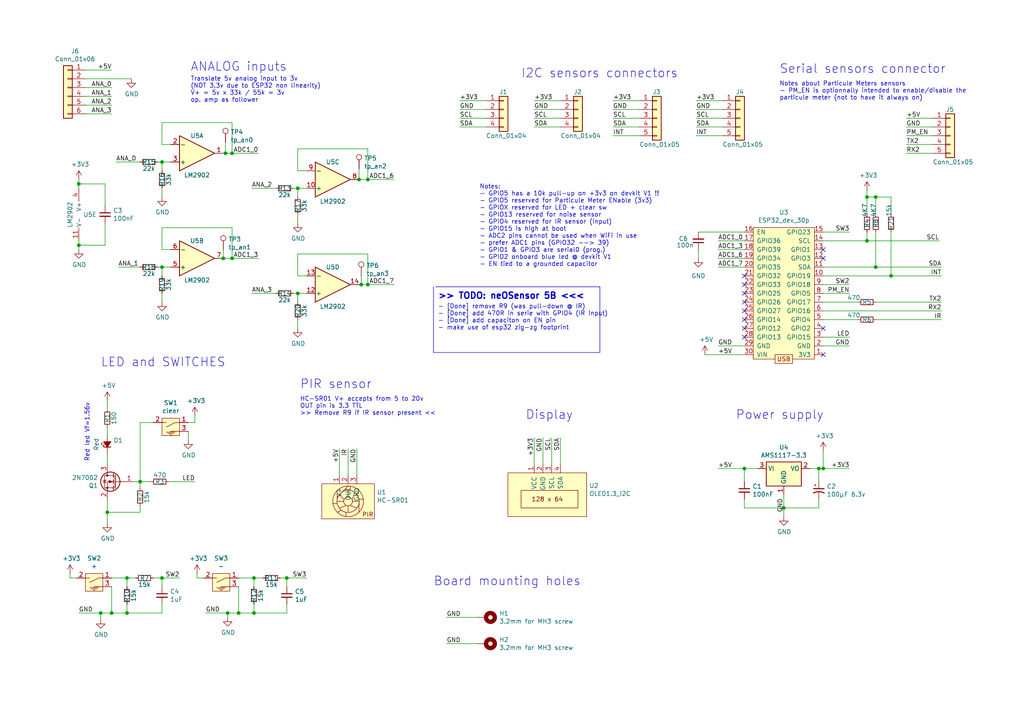
<source format=kicad_sch>
(kicad_sch (version 20230121) (generator eeschema)
  (paper "A4")
  (title_block (title "neOSensor 5B") (date "2023-10-28") (rev "5B") (company "(c) neOCampus / Dr THIEBOLT François") (comment 1 "Univ.Tlse3 / IRIT / neOCampus"))
  (lib_symbols
    (symbol "Amplifier_Operational:LM2902" (pin_names (offset 0.127))
      (property "Reference" "U" (at 0 5.08 0))
      (property "Value" "LM2902" (at 0 -5.08 0))
      (symbol "LM2902_1_1"
        (polyline (pts (xy -5.08 5.08) (xy 5.08 0) (xy -5.08 -5.08) (xy -5.08 5.08)) (stroke (width 0.254)) (fill (type background)))
        (pin output line (at 7.62 0 180) (length 2.54) (name "~") (number "1"))
        (pin input line (at -7.62 -2.54 0) (length 2.54) (name "-") (number "2"))
        (pin input line (at -7.62 2.54 0) (length 2.54) (name "+") (number "3"))
      )
      (symbol "LM2902_2_1"
        (polyline (pts (xy -5.08 5.08) (xy 5.08 0) (xy -5.08 -5.08) (xy -5.08 5.08)) (stroke (width 0.254)) (fill (type background)))
        (pin input line (at -7.62 2.54 0) (length 2.54) (name "+") (number "5"))
        (pin input line (at -7.62 -2.54 0) (length 2.54) (name "-") (number "6"))
        (pin output line (at 7.62 0 180) (length 2.54) (name "~") (number "7"))
      )
      (symbol "LM2902_3_1"
        (polyline (pts (xy -5.08 5.08) (xy 5.08 0) (xy -5.08 -5.08) (xy -5.08 5.08)) (stroke (width 0.254)) (fill (type background)))
        (pin input line (at -7.62 2.54 0) (length 2.54) (name "+") (number "10"))
        (pin output line (at 7.62 0 180) (length 2.54) (name "~") (number "8"))
        (pin input line (at -7.62 -2.54 0) (length 2.54) (name "-") (number "9"))
      )
      (symbol "LM2902_4_1"
        (polyline (pts (xy -5.08 5.08) (xy 5.08 0) (xy -5.08 -5.08) (xy -5.08 5.08)) (stroke (width 0.254)) (fill (type background)))
        (pin input line (at -7.62 2.54 0) (length 2.54) (name "+") (number "12"))
        (pin input line (at -7.62 -2.54 0) (length 2.54) (name "-") (number "13"))
        (pin output line (at 7.62 0 180) (length 2.54) (name "~") (number "14"))
      )
      (symbol "LM2902_5_1"
        (pin power_in line (at -2.54 -7.62 90) (length 3.81) (name "V-") (number "11"))
        (pin power_in line (at -2.54 7.62 270) (length 3.81) (name "V+") (number "4"))
      )
    )
    (symbol "Connector:TestPoint" (pin_numbers hide) (pin_names (offset 0.762) hide)
      (property "Reference" "TP" (at 0 6.858 0))
      (property "Value" "TestPoint" (at 0 5.08 0))
      (symbol "TestPoint_0_1"
        (circle (center 0 3.302) (radius 0.762))
      )
      (symbol "TestPoint_1_1"
        (pin passive line (at 0 0 90) (length 2.54) (name "1") (number "1"))
      )
    )
    (symbol "Connector_Generic:Conn_01x04" (pin_names (offset 1.016) hide)
      (property "Reference" "J" (at 0 5.08 0))
      (property "Value" "Conn_01x04" (at 0 -7.62 0))
      (symbol "Conn_01x04_1_1"
        (rectangle (start -1.27 -4.953) (end 0 -5.207) (stroke (width 0.1524)))
        (rectangle (start -1.27 -2.413) (end 0 -2.667) (stroke (width 0.1524)))
        (rectangle (start -1.27 0.127) (end 0 -0.127) (stroke (width 0.1524)))
        (rectangle (start -1.27 2.667) (end 0 2.413) (stroke (width 0.1524)))
        (rectangle (start -1.27 3.81) (end 1.27 -6.35) (stroke (width 0.254)) (fill (type background)))
        (pin passive line (at -5.08 2.54 0) (length 3.81) (name "Pin_1") (number "1"))
        (pin passive line (at -5.08 0 0) (length 3.81) (name "Pin_2") (number "2"))
        (pin passive line (at -5.08 -2.54 0) (length 3.81) (name "Pin_3") (number "3"))
        (pin passive line (at -5.08 -5.08 0) (length 3.81) (name "Pin_4") (number "4"))
      )
    )
    (symbol "Connector_Generic:Conn_01x05" (pin_names (offset 1.016) hide)
      (property "Reference" "J" (at 0 7.62 0))
      (property "Value" "Conn_01x05" (at 0 -7.62 0))
      (symbol "Conn_01x05_1_1"
        (rectangle (start -1.27 -4.953) (end 0 -5.207) (stroke (width 0.1524)))
        (rectangle (start -1.27 -2.413) (end 0 -2.667) (stroke (width 0.1524)))
        (rectangle (start -1.27 0.127) (end 0 -0.127) (stroke (width 0.1524)))
        (rectangle (start -1.27 2.667) (end 0 2.413) (stroke (width 0.1524)))
        (rectangle (start -1.27 5.207) (end 0 4.953) (stroke (width 0.1524)))
        (rectangle (start -1.27 6.35) (end 1.27 -6.35) (stroke (width 0.254)) (fill (type background)))
        (pin passive line (at -5.08 5.08 0) (length 3.81) (name "Pin_1") (number "1"))
        (pin passive line (at -5.08 2.54 0) (length 3.81) (name "Pin_2") (number "2"))
        (pin passive line (at -5.08 0 0) (length 3.81) (name "Pin_3") (number "3"))
        (pin passive line (at -5.08 -2.54 0) (length 3.81) (name "Pin_4") (number "4"))
        (pin passive line (at -5.08 -5.08 0) (length 3.81) (name "Pin_5") (number "5"))
      )
    )
    (symbol "Connector_Generic:Conn_01x06" (pin_names (offset 1.016) hide)
      (property "Reference" "J" (at 0 7.62 0))
      (property "Value" "Conn_01x06" (at 0 -10.16 0))
      (symbol "Conn_01x06_1_1"
        (rectangle (start -1.27 -7.493) (end 0 -7.747) (stroke (width 0.1524)))
        (rectangle (start -1.27 -4.953) (end 0 -5.207) (stroke (width 0.1524)))
        (rectangle (start -1.27 -2.413) (end 0 -2.667) (stroke (width 0.1524)))
        (rectangle (start -1.27 0.127) (end 0 -0.127) (stroke (width 0.1524)))
        (rectangle (start -1.27 2.667) (end 0 2.413) (stroke (width 0.1524)))
        (rectangle (start -1.27 5.207) (end 0 4.953) (stroke (width 0.1524)))
        (rectangle (start -1.27 6.35) (end 1.27 -8.89) (stroke (width 0.254)) (fill (type background)))
        (pin passive line (at -5.08 5.08 0) (length 3.81) (name "Pin_1") (number "1"))
        (pin passive line (at -5.08 2.54 0) (length 3.81) (name "Pin_2") (number "2"))
        (pin passive line (at -5.08 0 0) (length 3.81) (name "Pin_3") (number "3"))
        (pin passive line (at -5.08 -2.54 0) (length 3.81) (name "Pin_4") (number "4"))
        (pin passive line (at -5.08 -5.08 0) (length 3.81) (name "Pin_5") (number "5"))
        (pin passive line (at -5.08 -7.62 0) (length 3.81) (name "Pin_6") (number "6"))
      )
    )
    (symbol "Device:CP1_Small" (pin_numbers hide) (pin_names (offset 0.254) hide)
      (property "Reference" "C" (at 0.254 1.778 0))
      (property "Value" "Device_CP1_Small" (at 0.254 -2.032 0))
      (symbol "CP1_Small_0_1"
        (polyline (pts (xy -1.524 0.508) (xy 1.524 0.508)) (stroke (width 0.3048)))
        (polyline (pts (xy -1.27 1.524) (xy -0.762 1.524)))
        (polyline (pts (xy -1.016 1.27) (xy -1.016 1.778)))
        (arc (start 1.524 -0.762) (mid 0 -0.3734) (end -1.524 -0.762) (stroke (width 0.3048)))
      )
      (symbol "CP1_Small_1_1"
        (pin passive line (at 0 2.54 270) (length 2.032) (name "~") (number "1"))
        (pin passive line (at 0 -2.54 90) (length 2.032) (name "~") (number "2"))
      )
    )
    (symbol "Device:C_Small" (pin_numbers hide) (pin_names (offset 0.254) hide)
      (property "Reference" "C" (at 0.254 1.778 0))
      (property "Value" "C_Small" (at 0.254 -2.032 0))
      (symbol "C_Small_0_1"
        (polyline (pts (xy -1.524 -0.508) (xy 1.524 -0.508)) (stroke (width 0.3302)))
        (polyline (pts (xy -1.524 0.508) (xy 1.524 0.508)) (stroke (width 0.3048)))
      )
      (symbol "C_Small_1_1"
        (pin passive line (at 0 2.54 270) (length 2.032) (name "~") (number "1"))
        (pin passive line (at 0 -2.54 90) (length 2.032) (name "~") (number "2"))
      )
    )
    (symbol "Device:LED_Small_ALT" (pin_numbers hide) (pin_names (offset 0.254) hide)
      (property "Reference" "D" (at -1.27 3.175 0))
      (property "Value" "Device_LED_Small_ALT" (at -4.445 -2.54 0))
      (symbol "LED_Small_ALT_0_1"
        (polyline (pts (xy -0.762 -1.016) (xy -0.762 1.016)) (stroke (width 0.254)))
        (polyline (pts (xy 1.016 0) (xy -0.762 0)))
        (polyline (pts (xy 0.762 -1.016) (xy -0.762 0) (xy 0.762 1.016) (xy 0.762 -1.016)) (stroke (width 0.254)) (fill (type outline)))
        (polyline (pts (xy 0 0.762) (xy -0.508 1.27) (xy -0.254 1.27) (xy -0.508 1.27) (xy -0.508 1.016)))
        (polyline (pts (xy 0.508 1.27) (xy 0 1.778) (xy 0.254 1.778) (xy 0 1.778) (xy 0 1.524)))
      )
      (symbol "LED_Small_ALT_1_1"
        (pin passive line (at -2.54 0 0) (length 1.778) (name "K") (number "1"))
        (pin passive line (at 2.54 0 180) (length 1.778) (name "A") (number "2"))
      )
    )
    (symbol "Device:R_Small" (pin_numbers hide) (pin_names (offset 0.254) hide)
      (property "Reference" "R" (at 0.762 0.508 0))
      (property "Value" "R_Small" (at 0.762 -1.016 0))
      (symbol "R_Small_0_1"
        (rectangle (start -0.762 1.778) (end 0.762 -1.778) (stroke (width 0.2032)))
      )
      (symbol "R_Small_1_1"
        (pin passive line (at 0 2.54 270) (length 0.762) (name "~") (number "1"))
        (pin passive line (at 0 -2.54 90) (length 0.762) (name "~") (number "2"))
      )
    )
    (symbol "Mechanical:MountingHole_Pad" (pin_numbers hide) (pin_names (offset 1.016) hide)
      (property "Reference" "H" (at 0 6.35 0))
      (property "Value" "MountingHole_Pad" (at 0 4.445 0))
      (symbol "MountingHole_Pad_0_1"
        (circle (center 0 1.27) (radius 1.27) (stroke (width 1.27)))
      )
      (symbol "MountingHole_Pad_1_1"
        (pin input line (at 0 -2.54 90) (length 2.54) (name "1") (number "1"))
      )
    )
    (symbol "Regulator_Linear:AMS1117-3.3"
      (property "Reference" "U" (at -3.81 3.175 0))
      (property "Value" "AMS1117-3.3" (at 0 3.175 0))
      (symbol "AMS1117-3.3_0_1"
        (rectangle (start -5.08 -5.08) (end 5.08 1.905) (stroke (width 0.254)) (fill (type background)))
      )
      (symbol "AMS1117-3.3_1_1"
        (pin power_in line (at 0 -7.62 90) (length 2.54) (name "GND") (number "1"))
        (pin power_out line (at 7.62 0 180) (length 2.54) (name "VO") (number "2"))
        (pin power_in line (at -7.62 0 0) (length 2.54) (name "VI") (number "3"))
      )
    )
    (symbol "Transistor_FET:2N7002" (pin_names hide)
      (property "Reference" "Q" (at 5.08 1.905 0))
      (property "Value" "2N7002" (at 5.08 0 0))
      (symbol "2N7002_0_1"
        (polyline (pts (xy 0.254 0) (xy -2.54 0)))
        (polyline (pts (xy 0.254 1.905) (xy 0.254 -1.905)) (stroke (width 0.254)))
        (polyline (pts (xy 0.762 -1.27) (xy 0.762 -2.286)) (stroke (width 0.254)))
        (polyline (pts (xy 0.762 0.508) (xy 0.762 -0.508)) (stroke (width 0.254)))
        (polyline (pts (xy 0.762 2.286) (xy 0.762 1.27)) (stroke (width 0.254)))
        (polyline (pts (xy 2.54 2.54) (xy 2.54 1.778)))
        (polyline (pts (xy 2.54 -2.54) (xy 2.54 0) (xy 0.762 0)))
        (polyline (pts (xy 0.762 -1.778) (xy 3.302 -1.778) (xy 3.302 1.778) (xy 0.762 1.778)))
        (polyline (pts (xy 1.016 0) (xy 2.032 0.381) (xy 2.032 -0.381) (xy 1.016 0)) (fill (type outline)))
        (polyline (pts (xy 2.794 0.508) (xy 2.921 0.381) (xy 3.683 0.381) (xy 3.81 0.254)))
        (polyline (pts (xy 3.302 0.381) (xy 2.921 -0.254) (xy 3.683 -0.254) (xy 3.302 0.381)))
        (circle (center 1.651 0) (radius 2.794) (stroke (width 0.254)))
        (circle (center 2.54 -1.778) (radius 0.254) (fill (type outline)))
        (circle (center 2.54 1.778) (radius 0.254) (fill (type outline)))
      )
      (symbol "2N7002_1_1"
        (pin input line (at -5.08 0 0) (length 2.54) (name "G") (number "1"))
        (pin passive line (at 2.54 -5.08 90) (length 2.54) (name "S") (number "2"))
        (pin passive line (at 2.54 5.08 270) (length 2.54) (name "D") (number "3"))
      )
    )
    (symbol "neosensor_addon:ESP32_dev_30p" (pin_names (offset 1.016))
      (property "Reference" "U" (at 0 -20.32 0))
      (property "Value" "ESP32_dev_30p" (at 0 21.59 0))
      (symbol "ESP32_dev_30p_0_0"
        (text "USB" (at 0 -17.78 0) (effects (font (size 1.27 1.27))))
      )
      (symbol "ESP32_dev_30p_0_1"
        (polyline (pts (xy -8.89 20.32) (xy 8.89 20.32) (xy 8.89 -17.78) (xy 2.54 -17.78) (xy 2.54 -16.51) (xy -2.54 -16.51) (xy -2.54 -19.05) (xy 2.54 -19.05) (xy 2.54 -16.51) (xy -2.54 -16.51) (xy -2.54 -17.78) (xy -8.89 -17.78) (xy -8.89 20.32)) (fill (type background)))
      )
      (symbol "ESP32_dev_30p_1_1"
        (pin power_out line (at 11.43 -16.51 180) (length 2.54) (name "3V3") (number "1"))
        (pin bidirectional line (at 11.43 6.35 180) (length 2.54) (name "GPIO19") (number "10"))
        (pin bidirectional line (at 11.43 8.89 180) (length 2.54) (name "SDA") (number "11"))
        (pin bidirectional line (at 11.43 11.43 180) (length 2.54) (name "GPIO3") (number "12"))
        (pin bidirectional line (at 11.43 13.97 180) (length 2.54) (name "GPIO1") (number "13"))
        (pin bidirectional line (at 11.43 16.51 180) (length 2.54) (name "SCL") (number "14"))
        (pin bidirectional line (at 11.43 19.05 180) (length 2.54) (name "GPIO23") (number "15"))
        (pin input line (at -11.43 19.05 0) (length 2.54) (name "EN") (number "16"))
        (pin bidirectional line (at -11.43 16.51 0) (length 2.54) (name "GPIO36") (number "17"))
        (pin bidirectional line (at -11.43 13.97 0) (length 2.54) (name "GPIO39") (number "18"))
        (pin bidirectional line (at -11.43 11.43 0) (length 2.54) (name "GPIO34") (number "19"))
        (pin power_in line (at 11.43 -13.97 180) (length 2.54) (name "GND") (number "2"))
        (pin bidirectional line (at -11.43 8.89 0) (length 2.54) (name "GPIO35") (number "20"))
        (pin bidirectional line (at -11.43 6.35 0) (length 2.54) (name "GPIO32") (number "21"))
        (pin bidirectional line (at -11.43 3.81 0) (length 2.54) (name "GPIO33") (number "22"))
        (pin bidirectional line (at -11.43 1.27 0) (length 2.54) (name "GPIO25") (number "23"))
        (pin bidirectional line (at -11.43 -1.27 0) (length 2.54) (name "GPIO26") (number "24"))
        (pin bidirectional line (at -11.43 -3.81 0) (length 2.54) (name "GPIO27") (number "25"))
        (pin bidirectional line (at -11.43 -6.35 0) (length 2.54) (name "GPIO14") (number "26"))
        (pin bidirectional line (at -11.43 -8.89 0) (length 2.54) (name "GPIO12") (number "27"))
        (pin bidirectional line (at -11.43 -11.43 0) (length 2.54) (name "GPIO13") (number "28"))
        (pin power_in line (at -11.43 -13.97 0) (length 2.54) (name "GND") (number "29"))
        (pin bidirectional line (at 11.43 -11.43 180) (length 2.54) (name "GPIO15") (number "3"))
        (pin power_in line (at -11.43 -16.51 0) (length 2.54) (name "VIN") (number "30"))
        (pin bidirectional line (at 11.43 -8.89 180) (length 2.54) (name "GPIO2") (number "4"))
        (pin bidirectional line (at 11.43 -6.35 180) (length 2.54) (name "GPIO4") (number "5"))
        (pin bidirectional line (at 11.43 -3.81 180) (length 2.54) (name "GPIO16") (number "6"))
        (pin bidirectional line (at 11.43 -1.27 180) (length 2.54) (name "GPIO17") (number "7"))
        (pin bidirectional line (at 11.43 1.27 180) (length 2.54) (name "GPIO5") (number "8"))
        (pin bidirectional line (at 11.43 3.81 180) (length 2.54) (name "GPIO18") (number "9"))
      )
    )
    (symbol "neosensor_addon:G71Y" (pin_names (offset 1.016))
      (property "Reference" "SW" (at 0 2.54 0))
      (property "Value" "G71Y" (at 0 -5.08 0))
      (symbol "G71Y_0_1"
        (polyline (pts (xy -1.27 -2.794) (xy 1.27 -2.794)))
        (polyline (pts (xy -0.889 -3.175) (xy 0.889 -3.175)))
        (polyline (pts (xy -0.254 -3.556) (xy 0.254 -3.556)))
        (polyline (pts (xy 1.27 0) (xy 2.54 0)))
        (polyline (pts (xy -2.54 -2.54) (xy 0 -2.54) (xy 0 -2.794)))
        (polyline (pts (xy -2.54 0) (xy -1.27 0) (xy 1.27 -1.27)))
        (polyline (pts (xy -2.54 1.27) (xy 2.54 1.27) (xy 2.54 -3.81) (xy -2.54 -3.81) (xy -2.54 1.27)) (fill (type background)))
        (rectangle (start 2.54 -2.54) (end 2.54 -2.54) (fill (type outline)))
      )
      (symbol "G71Y_1_1"
        (pin passive line (at -5.08 0 0) (length 2.54) (name "~") (number "1"))
        (pin passive line (at 5.08 0 180) (length 2.54) (name "~") (number "2"))
        (pin passive line (at -5.08 -2.54 0) (length 2.54) (name "~") (number "3"))
      )
    )
    (symbol "neosensor_addon:HC-SR01" (pin_names (offset 1.016))
      (property "Reference" "U" (at 0 -6.35 0))
      (property "Value" "HC-SR01" (at -6.35 0 90))
      (symbol "HC-SR01_0_0"
        (text "PIR" (at 5.715 -3.81 0) (effects (font (size 1.27 1.27))))
      )
      (symbol "HC-SR01_0_1"
        (rectangle (start -7.62 5.08) (end 7.62 -5.08) (fill (type background)))
        (polyline (pts (xy -3.175 -3.175) (xy -1.905 -2.54)))
        (polyline (pts (xy -3.175 -0.635) (xy -4.445 -0.635)))
        (polyline (pts (xy -3.175 0.635) (xy -3.175 3.175)))
        (polyline (pts (xy -2.54 -1.905) (xy -0.635 -1.27)))
        (polyline (pts (xy -1.905 2.54) (xy 0 4.445)))
        (polyline (pts (xy -1.27 0) (xy -3.175 0)))
        (polyline (pts (xy -1.27 0.635) (xy -2.54 1.905)))
        (polyline (pts (xy -0.635 -3.175) (xy -0.635 -4.445)))
        (polyline (pts (xy 0 -1.27) (xy 0 -3.175)))
        (polyline (pts (xy 0.635 -1.27) (xy 2.54 -1.905)))
        (polyline (pts (xy 0.635 3.175) (xy 0.635 4.445)))
        (polyline (pts (xy 1.27 0) (xy 3.175 0)))
        (polyline (pts (xy 1.27 0.635) (xy 1.905 2.54)))
        (polyline (pts (xy 2.54 1.905) (xy 3.175 3.175)))
        (polyline (pts (xy 3.175 -0.635) (xy 3.175 -3.175)))
        (polyline (pts (xy 3.175 0.635) (xy 4.445 0.635)))
        (polyline (pts (xy 0 1.27) (xy 0 3.175) (xy 0 1.27)))
        (circle (center 0 0) (radius 1.27))
        (circle (center 0 0) (radius 3.2258))
        (circle (center 0 0) (radius 4.445))
      )
      (symbol "HC-SR01_1_1"
        (pin power_in line (at -2.54 7.62 270) (length 2.54) (name "V+") (number "1"))
        (pin output line (at 0 7.62 270) (length 2.54) (name "OUT") (number "2"))
        (pin power_in line (at 2.54 7.62 270) (length 2.54) (name "GND") (number "3"))
      )
    )
    (symbol "neosensor_addon:OLED1.3_I2C" (pin_names (offset 1.016))
      (property "Reference" "U" (at 0 -10.16 0))
      (property "Value" "OLED1.3_I2C" (at -10.16 -2.54 90))
      (symbol "OLED1.3_I2C_0_0"
        (text "128 x 64" (at 0 -3.81 0) (effects (font (size 1.27 1.27))))
      )
      (symbol "OLED1.3_I2C_0_1"
        (rectangle (start -11.43 3.81) (end 11.43 -8.89) (fill (type background)))
        (rectangle (start -7.62 -1.27) (end 8.89 -6.35))
      )
      (symbol "OLED1.3_I2C_1_1"
        (pin power_in line (at -3.81 6.35 270) (length 2.54) (name "VCC") (number "1"))
        (pin power_in line (at -1.27 6.35 270) (length 2.54) (name "GND") (number "2"))
        (pin bidirectional line (at 1.27 6.35 270) (length 2.54) (name "SCL") (number "3"))
        (pin bidirectional line (at 3.81 6.35 270) (length 2.54) (name "SDA") (number "4"))
      )
    )
    (symbol "power:+3V3" (power) (pin_names (offset 0))
      (property "Value" "+3V3" (at 0 3.556 0))
      (symbol "+3V3_0_1"
        (polyline (pts (xy -0.762 1.27) (xy 0 2.54)))
        (polyline (pts (xy 0 0) (xy 0 2.54)))
        (polyline (pts (xy 0 2.54) (xy 0.762 1.27)))
      )
      (symbol "+3V3_1_1"
        (pin power_in line (at 0 0 90) (length 0) hide (name "+3V3") (number "1"))
      )
    )
    (symbol "power:+5V" (power) (pin_names (offset 0))
      (property "Value" "+5V" (at 0 3.556 0))
      (symbol "+5V_0_1"
        (polyline (pts (xy -0.762 1.27) (xy 0 2.54)))
        (polyline (pts (xy 0 0) (xy 0 2.54)))
        (polyline (pts (xy 0 2.54) (xy 0.762 1.27)))
      )
      (symbol "+5V_1_1"
        (pin power_in line (at 0 0 90) (length 0) hide (name "+5V") (number "1"))
      )
    )
    (symbol "power:GND" (power) (pin_names (offset 0))
      (property "Value" "GND" (at 0 -3.81 0))
      (symbol "GND_0_1"
        (polyline (pts (xy 0 0) (xy 0 -1.27) (xy 1.27 -1.27) (xy 0 -2.54) (xy -1.27 -1.27) (xy 0 -1.27)))
      )
      (symbol "GND_1_1"
        (pin power_in line (at 0 0 270) (length 0) hide (name "GND") (number "1"))
      )
    )
  )
  (junction (at 238.76 135.89))
  (junction (at 104.14 52.07))
  (junction (at 254 57.15))
  (junction (at 46.99 77.47))
  (junction (at 104.775 82.55))
  (junction (at 32.385 177.8))
  (junction (at 215.9 135.89))
  (junction (at 86.36 54.61))
  (junction (at 22.86 71.12))
  (junction (at 67.31 74.93))
  (junction (at 106.68 52.07))
  (junction (at 36.83 177.8))
  (junction (at 46.99 46.99))
  (junction (at 251.46 69.85))
  (junction (at 73.66 167.64))
  (junction (at 106.68 82.55))
  (junction (at 254 77.47))
  (junction (at 251.46 57.15))
  (junction (at 69.215 177.8))
  (junction (at 86.36 85.09))
  (junction (at 65.405 44.45))
  (junction (at 31.115 148.59))
  (junction (at 64.77 74.93))
  (junction (at 227.33 147.32))
  (junction (at 67.31 44.45))
  (junction (at 73.66 177.8))
  (junction (at 29.21 177.8))
  (junction (at 46.99 167.64))
  (junction (at 22.86 53.34))
  (junction (at 258.445 80.01))
  (junction (at 83.185 167.64))
  (junction (at 66.04 177.8))
  (junction (at 40.64 139.7))
  (junction (at 36.83 167.64))
  (junction (at 237.49 135.89))
  (no_connect (at 238.76 72.39))
  (no_connect (at 215.9 97.79))
  (no_connect (at 215.9 87.63))
  (no_connect (at 238.76 74.93))
  (no_connect (at 215.9 90.17))
  (no_connect (at 215.9 92.71))
  (no_connect (at 215.9 95.25))
  (no_connect (at 215.9 80.01))
  (no_connect (at 238.76 95.25))
  (no_connect (at 215.9 82.55))
  (no_connect (at 238.76 102.87))
  (no_connect (at 215.9 85.09))
  (wire (pts (xy 29.21 177.8) (xy 29.21 179.705)))
  (wire (pts (xy 209.55 29.21) (xy 201.93 29.21)))
  (polyline (pts (xy 173.99 102.235) (xy 125.73 102.235)))
  (wire (pts (xy 254 77.47) (xy 273.05 77.47)))
  (wire (pts (xy 258.445 62.23) (xy 258.445 57.15)))
  (wire (pts (xy 204.47 102.87) (xy 215.9 102.87)))
  (wire (pts (xy 36.83 177.8) (xy 36.83 175.26)))
  (wire (pts (xy 40.64 141.605) (xy 40.64 139.7)))
  (wire (pts (xy 83.185 175.26) (xy 83.185 177.8)))
  (wire (pts (xy 56.515 122.555) (xy 56.515 120.65)))
  (wire (pts (xy 67.31 66.04) (xy 67.31 74.93)))
  (wire (pts (xy 251.46 57.15) (xy 251.46 62.23)))
  (wire (pts (xy 177.8 34.29) (xy 185.42 34.29)))
  (wire (pts (xy 238.76 130.81) (xy 238.76 135.89)))
  (wire (pts (xy 208.28 69.85) (xy 215.9 69.85)))
  (wire (pts (xy 46.99 41.91) (xy 46.99 35.56)))
  (wire (pts (xy 88.9 85.09) (xy 86.36 85.09)))
  (wire (pts (xy 237.49 147.32) (xy 227.33 147.32)))
  (wire (pts (xy 40.64 148.59) (xy 31.115 148.59)))
  (wire (pts (xy 38.735 139.7) (xy 40.64 139.7)))
  (wire (pts (xy 66.04 177.8) (xy 69.215 177.8)))
  (wire (pts (xy 31.115 131.445) (xy 31.115 134.62)))
  (wire (pts (xy 32.385 30.48) (xy 24.765 30.48)))
  (wire (pts (xy 238.76 69.85) (xy 251.46 69.85)))
  (wire (pts (xy 177.8 39.37) (xy 185.42 39.37)))
  (wire (pts (xy 24.765 20.32) (xy 32.385 20.32)))
  (wire (pts (xy 22.86 177.8) (xy 29.21 177.8)))
  (wire (pts (xy 81.28 167.64) (xy 83.185 167.64)))
  (wire (pts (xy 30.48 53.34) (xy 22.86 53.34)))
  (wire (pts (xy 106.68 52.07) (xy 114.3 52.07)))
  (wire (pts (xy 48.895 139.7) (xy 56.515 139.7)))
  (wire (pts (xy 64.77 72.39) (xy 64.77 74.93)))
  (polyline (pts (xy 126.365 83.185) (xy 173.99 83.185)))
  (wire (pts (xy 46.99 35.56) (xy 67.31 35.56)))
  (wire (pts (xy 40.64 139.7) (xy 43.815 139.7)))
  (wire (pts (xy 69.215 177.8) (xy 73.66 177.8)))
  (wire (pts (xy 201.93 36.83) (xy 209.55 36.83)))
  (wire (pts (xy 46.99 167.64) (xy 52.07 167.64)))
  (wire (pts (xy 103.505 130.175) (xy 103.505 137.795)))
  (wire (pts (xy 254 67.31) (xy 254 77.47)))
  (wire (pts (xy 208.28 135.89) (xy 215.9 135.89)))
  (wire (pts (xy 67.31 44.45) (xy 65.405 44.45)))
  (wire (pts (xy 32.385 33.02) (xy 24.765 33.02)))
  (wire (pts (xy 45.72 77.47) (xy 46.99 77.47)))
  (wire (pts (xy 31.115 126.365) (xy 31.115 123.825)))
  (wire (pts (xy 185.42 29.21) (xy 177.8 29.21)))
  (wire (pts (xy 88.9 54.61) (xy 86.36 54.61)))
  (wire (pts (xy 46.99 177.8) (xy 36.83 177.8)))
  (wire (pts (xy 86.36 62.23) (xy 86.36 64.77)))
  (wire (pts (xy 46.99 77.47) (xy 46.99 80.01)))
  (wire (pts (xy 46.99 72.39) (xy 46.99 66.04)))
  (wire (pts (xy 46.99 170.18) (xy 46.99 167.64)))
  (wire (pts (xy 32.385 177.8) (xy 36.83 177.8)))
  (wire (pts (xy 129.54 179.07) (xy 138.43 179.07)))
  (wire (pts (xy 54.61 122.555) (xy 56.515 122.555)))
  (wire (pts (xy 208.28 77.47) (xy 215.9 77.47)))
  (wire (pts (xy 140.97 29.21) (xy 133.35 29.21)))
  (wire (pts (xy 106.68 82.55) (xy 114.3 82.55)))
  (wire (pts (xy 49.53 72.39) (xy 46.99 72.39)))
  (wire (pts (xy 238.76 135.89) (xy 246.38 135.89)))
  (wire (pts (xy 22.86 52.07) (xy 22.86 53.34)))
  (wire (pts (xy 85.09 85.09) (xy 86.36 85.09)))
  (wire (pts (xy 32.385 27.94) (xy 24.765 27.94)))
  (wire (pts (xy 106.68 52.07) (xy 104.14 52.07)))
  (wire (pts (xy 106.68 43.18) (xy 106.68 52.07)))
  (wire (pts (xy 254 92.71) (xy 273.05 92.71)))
  (wire (pts (xy 157.48 134.62) (xy 157.48 127)))
  (wire (pts (xy 57.15 166.37) (xy 57.15 167.64)))
  (wire (pts (xy 104.775 80.01) (xy 104.775 82.55)))
  (wire (pts (xy 208.28 72.39) (xy 215.9 72.39)))
  (wire (pts (xy 201.93 34.29) (xy 209.55 34.29)))
  (wire (pts (xy 40.64 146.685) (xy 40.64 148.59)))
  (wire (pts (xy 251.46 67.31) (xy 251.46 69.85)))
  (wire (pts (xy 162.56 29.21) (xy 154.94 29.21)))
  (wire (pts (xy 31.115 148.59) (xy 31.115 144.78)))
  (wire (pts (xy 86.36 54.61) (xy 86.36 57.15)))
  (wire (pts (xy 69.215 170.18) (xy 69.215 177.8)))
  (wire (pts (xy 238.76 92.71) (xy 248.92 92.71)))
  (wire (pts (xy 201.93 31.75) (xy 209.55 31.75)))
  (wire (pts (xy 45.72 46.99) (xy 46.99 46.99)))
  (wire (pts (xy 46.99 85.09) (xy 46.99 87.63)))
  (wire (pts (xy 254 87.63) (xy 273.05 87.63)))
  (wire (pts (xy 73.025 54.61) (xy 80.01 54.61)))
  (wire (pts (xy 39.37 167.64) (xy 36.83 167.64)))
  (wire (pts (xy 215.9 135.89) (xy 219.71 135.89)))
  (wire (pts (xy 258.445 57.15) (xy 254 57.15)))
  (wire (pts (xy 22.86 72.39) (xy 22.86 71.12)))
  (wire (pts (xy 32.385 170.18) (xy 32.385 177.8)))
  (wire (pts (xy 67.31 74.93) (xy 64.77 74.93)))
  (wire (pts (xy 104.14 48.895) (xy 104.14 52.07)))
  (wire (pts (xy 133.35 34.29) (xy 140.97 34.29)))
  (wire (pts (xy 251.46 69.85) (xy 272.415 69.85)))
  (wire (pts (xy 215.9 139.7) (xy 215.9 135.89)))
  (wire (pts (xy 22.86 71.12) (xy 22.86 69.85)))
  (wire (pts (xy 160.02 134.62) (xy 160.02 127)))
  (wire (pts (xy 49.53 41.91) (xy 46.99 41.91)))
  (wire (pts (xy 202.565 72.39) (xy 202.565 74.93)))
  (wire (pts (xy 24.765 22.86) (xy 38.1 22.86)))
  (wire (pts (xy 67.31 44.45) (xy 74.93 44.45)))
  (wire (pts (xy 262.89 41.91) (xy 270.51 41.91)))
  (wire (pts (xy 54.61 125.095) (xy 54.61 127.635)))
  (wire (pts (xy 100.965 130.175) (xy 100.965 137.795)))
  (wire (pts (xy 237.49 139.7) (xy 237.49 135.89)))
  (wire (pts (xy 73.66 167.64) (xy 73.66 170.18)))
  (wire (pts (xy 76.2 167.64) (xy 73.66 167.64)))
  (wire (pts (xy 238.76 87.63) (xy 248.92 87.63)))
  (wire (pts (xy 238.76 77.47) (xy 254 77.47)))
  (wire (pts (xy 86.36 92.71) (xy 86.36 95.25)))
  (wire (pts (xy 86.36 49.53) (xy 86.36 43.18)))
  (wire (pts (xy 86.36 43.18) (xy 106.68 43.18)))
  (wire (pts (xy 83.185 170.18) (xy 83.185 167.64)))
  (wire (pts (xy 227.33 147.32) (xy 227.33 143.51)))
  (wire (pts (xy 88.9 49.53) (xy 86.36 49.53)))
  (wire (pts (xy 46.99 175.26) (xy 46.99 177.8)))
  (wire (pts (xy 162.56 134.62) (xy 162.56 127)))
  (wire (pts (xy 106.68 73.66) (xy 106.68 82.55)))
  (wire (pts (xy 44.45 167.64) (xy 46.99 167.64)))
  (wire (pts (xy 36.83 167.64) (xy 36.83 170.18)))
  (wire (pts (xy 246.38 67.31) (xy 238.76 67.31)))
  (wire (pts (xy 85.09 54.61) (xy 86.36 54.61)))
  (wire (pts (xy 154.94 36.83) (xy 162.56 36.83)))
  (wire (pts (xy 22.86 53.34) (xy 22.86 54.61)))
  (wire (pts (xy 57.15 167.64) (xy 59.055 167.64)))
  (wire (pts (xy 20.32 167.64) (xy 22.225 167.64)))
  (wire (pts (xy 86.36 80.01) (xy 86.36 73.66)))
  (wire (pts (xy 104.775 82.55) (xy 104.14 82.55)))
  (wire (pts (xy 238.76 85.09) (xy 246.38 85.09)))
  (wire (pts (xy 258.445 80.01) (xy 273.05 80.01)))
  (wire (pts (xy 98.425 130.175) (xy 98.425 137.795)))
  (wire (pts (xy 238.76 90.17) (xy 273.05 90.17)))
  (wire (pts (xy 32.385 167.64) (xy 36.83 167.64)))
  (wire (pts (xy 30.48 71.12) (xy 22.86 71.12)))
  (wire (pts (xy 32.385 25.4) (xy 24.765 25.4)))
  (wire (pts (xy 33.655 46.99) (xy 40.64 46.99)))
  (wire (pts (xy 262.89 39.37) (xy 270.51 39.37)))
  (wire (pts (xy 106.68 82.55) (xy 104.775 82.55)))
  (wire (pts (xy 215.9 100.33) (xy 208.28 100.33)))
  (wire (pts (xy 177.8 36.83) (xy 185.42 36.83)))
  (wire (pts (xy 237.49 135.89) (xy 238.76 135.89)))
  (wire (pts (xy 154.94 31.75) (xy 162.56 31.75)))
  (wire (pts (xy 31.115 151.765) (xy 31.115 148.59)))
  (wire (pts (xy 246.38 82.55) (xy 238.76 82.55)))
  (wire (pts (xy 251.46 57.15) (xy 254 57.15)))
  (wire (pts (xy 46.99 66.04) (xy 67.31 66.04)))
  (wire (pts (xy 49.53 77.47) (xy 46.99 77.47)))
  (wire (pts (xy 20.32 166.37) (xy 20.32 167.64)))
  (wire (pts (xy 66.04 177.8) (xy 66.04 179.07)))
  (wire (pts (xy 215.9 147.32) (xy 227.33 147.32)))
  (wire (pts (xy 65.405 44.45) (xy 64.77 44.45)))
  (wire (pts (xy 83.185 167.64) (xy 88.9 167.64)))
  (wire (pts (xy 73.025 85.09) (xy 80.01 85.09)))
  (wire (pts (xy 133.35 31.75) (xy 140.97 31.75)))
  (wire (pts (xy 177.8 31.75) (xy 185.42 31.75)))
  (wire (pts (xy 251.46 55.245) (xy 251.46 57.15)))
  (wire (pts (xy 73.66 177.8) (xy 73.66 175.26)))
  (wire (pts (xy 154.94 134.62) (xy 154.94 127)))
  (wire (pts (xy 88.9 80.01) (xy 86.36 80.01)))
  (wire (pts (xy 237.49 144.78) (xy 237.49 147.32)))
  (wire (pts (xy 65.405 41.275) (xy 65.405 44.45)))
  (wire (pts (xy 46.99 54.61) (xy 46.99 57.15)))
  (wire (pts (xy 86.36 85.09) (xy 86.36 87.63)))
  (wire (pts (xy 30.48 59.69) (xy 30.48 53.34)))
  (polyline (pts (xy 125.73 102.235) (xy 125.73 83.185)))
  (wire (pts (xy 31.115 118.745) (xy 31.115 116.205)))
  (wire (pts (xy 202.565 67.31) (xy 215.9 67.31)))
  (wire (pts (xy 67.31 74.93) (xy 74.93 74.93)))
  (wire (pts (xy 40.64 122.555) (xy 40.64 139.7)))
  (wire (pts (xy 208.28 74.93) (xy 215.9 74.93)))
  (wire (pts (xy 59.69 177.8) (xy 66.04 177.8)))
  (wire (pts (xy 227.33 149.86) (xy 227.33 147.32)))
  (wire (pts (xy 246.38 97.79) (xy 238.76 97.79)))
  (wire (pts (xy 44.45 122.555) (xy 40.64 122.555)))
  (wire (pts (xy 215.9 144.78) (xy 215.9 147.32)))
  (wire (pts (xy 254 57.15) (xy 254 62.23)))
  (wire (pts (xy 46.99 46.99) (xy 46.99 49.53)))
  (wire (pts (xy 258.445 67.31) (xy 258.445 80.01)))
  (wire (pts (xy 69.215 167.64) (xy 73.66 167.64)))
  (wire (pts (xy 201.93 39.37) (xy 209.55 39.37)))
  (polyline (pts (xy 173.99 83.185) (xy 173.99 102.235)))
  (wire (pts (xy 258.445 80.01) (xy 238.76 80.01)))
  (wire (pts (xy 154.94 34.29) (xy 162.56 34.29)))
  (wire (pts (xy 34.29 77.47) (xy 40.64 77.47)))
  (wire (pts (xy 49.53 46.99) (xy 46.99 46.99)))
  (wire (pts (xy 234.95 135.89) (xy 237.49 135.89)))
  (wire (pts (xy 129.54 186.69) (xy 138.43 186.69)))
  (wire (pts (xy 238.76 100.33) (xy 246.38 100.33)))
  (wire (pts (xy 83.185 177.8) (xy 73.66 177.8)))
  (wire (pts (xy 262.89 34.29) (xy 270.51 34.29)))
  (wire (pts (xy 30.48 64.77) (xy 30.48 71.12)))
  (wire (pts (xy 29.21 177.8) (xy 32.385 177.8)))
  (wire (pts (xy 67.31 35.56) (xy 67.31 44.45)))
  (wire (pts (xy 262.89 44.45) (xy 270.51 44.45)))
  (wire (pts (xy 262.89 36.83) (xy 270.51 36.83)))
  (wire (pts (xy 133.35 36.83) (xy 140.97 36.83)))
  (wire (pts (xy 86.36 73.66) (xy 106.68 73.66)))
  (text "- [Done] remove R9 (was pull-down @ IR)\n- [Done] add 470R in serie with GPIO4 (IR input)\n- [Done] add capaciton on EN pin\n- make use of esp32 zig-zg footprint" (at 127 95.885 0) (effects (font (size 1.27 1.27)) (justify left bottom)))
  (text "Board mounting holes" (at 125.73 170.18 0) (effects (font (size 2.54 2.54)) (justify left bottom)))
  (text "Red led Vf=1.56v" (at 26.035 133.985 90) (effects (font (size 1.27 1.27)) (justify left bottom)))
  (text "LED and SWITCHES" (at 29.21 106.68 0) (effects (font (size 2.54 2.54)) (justify left bottom)))
  (text "I2C sensors connectors" (at 151.13 22.86 0) (effects (font (size 2.54 2.54)) (justify left bottom)))
  (text "HC-SR01 V+ accepts from 5 to 20v\nOUT pin is 3.3 TTL\n>> Remove R9 if IR sensor present <<" (at 86.995 120.65 0) (effects (font (size 1.27 1.27)) (justify left bottom)))
  (text ">> TODO: neOSensor 5B <<<" (at 127 86.995 0) (effects (font (size 1.8034 1.8034) (thickness 0.3607) bold) (justify left bottom)))
  (text "Notes about Particule Meters sensors\n- PM_EN is optionnally intended to enable/disable the\nparticule meter (not to have it always on)" (at 226.06 29.21 0) (effects (font (size 1.27 1.27)) (justify left bottom)))
  (text "PIR sensor" (at 86.995 113.03 0) (effects (font (size 2.54 2.54)) (justify left bottom)))
  (text "ANALOG inputs" (at 55.245 20.955 0) (effects (font (size 2.54 2.54)) (justify left bottom)))
  (text "Notes:\n- GPIO5 has a 10k pull-up on +3v3 on devkit V1 !!\n- GPIO5 reserved for Particule Meter ENable (3v3)\n- GPIOX reserved for LED + clear sw\n- GPIO13 reserved for noise sensor\n- GPIO4 reserved for IR sensor (input)\n- GPIO15 is high at boot\n- ADC2 pins cannot be used when WiFi in use\n- prefer ADC1 pins (GPIO32 --> 39)\n- GPIO1 & GPIO3 are serial0 (prog.)\n- GPIO2 onboard blue led @ devkit V1\n- EN tied to a grounded capacitor" (at 139.065 77.47 0) (effects (font (size 1.27 1.27)) (justify left bottom)))
  (text "Display" (at 152.4 121.92 0) (effects (font (size 2.54 2.54)) (justify left bottom)))
  (text "Translate 5v analog input to 3v\n(NOT 3.3v due to ESP32 non linearity)\nV+ = 5v x 33k / 55k = 3v\nop. amp as follower" (at 55.245 29.845 0) (effects (font (size 1.27 1.27)) (justify left bottom)))
  (text "Serial sensors connector" (at 226.06 21.59 0) (effects (font (size 2.54 2.54)) (justify left bottom)))
  (text "Power supply" (at 213.36 121.92 0) (effects (font (size 2.54 2.54)) (justify left bottom)))
  (label "SDA" (at 201.93 36.83 0))
  (label "ADC1_0" (at 208.28 69.85 0))
  (label "ADC1_6" (at 208.28 74.93 0))
  (label "GND" (at 129.54 186.69 0))
  (label "INT" (at 273.05 80.01 180))
  (label "+5V" (at 208.28 102.87 0))
  (label "LED" (at 56.515 139.7 180))
  (label "SCL" (at 201.93 34.29 0))
  (label "SCL" (at 160.02 127 270))
  (label "+3V3" (at 133.35 29.21 0))
  (label "SDA" (at 162.56 127 270))
  (label "ADC1_0" (at 74.93 44.45 180))
  (label "SW3" (at 246.38 67.31 180))
  (label "IR" (at 273.05 92.71 180))
  (label "GND" (at 154.94 31.75 0))
  (label "ANA_3" (at 73.025 85.09 0))
  (label "+3V3" (at 177.8 29.21 0))
  (label "+3V3" (at 154.94 29.21 0))
  (label "SW2" (at 52.07 167.64 180))
  (label "TX2" (at 273.05 87.63 180))
  (label "GND" (at 201.93 31.75 0))
  (label "GND" (at 177.8 31.75 0))
  (label "TX2" (at 262.89 41.91 0))
  (label "SCL" (at 133.35 34.29 0))
  (label "LED" (at 246.38 97.79 180))
  (label "SW2" (at 246.38 82.55 180))
  (label "SDA" (at 177.8 36.83 0))
  (label "GND" (at 129.54 179.07 0))
  (label "SDA" (at 133.35 36.83 0))
  (label "SCL" (at 272.415 69.85 180))
  (label "+3V3" (at 246.38 135.89 180))
  (label "SDA" (at 154.94 36.83 0))
  (label "INT" (at 177.8 39.37 0))
  (label "ADC1_3" (at 74.93 74.93 180))
  (label "ANA_3" (at 32.385 33.02 180))
  (label "+3V3" (at 201.93 29.21 0))
  (label "GND" (at 262.89 36.83 0))
  (label "+5V" (at 208.28 135.89 0))
  (label "+5V" (at 32.385 20.32 180))
  (label "ANA_2" (at 32.385 30.48 180))
  (label "GND" (at 157.48 127 270))
  (label "ANA_1" (at 32.385 27.94 180))
  (label "GND" (at 227.33 148.59 90))
  (label "GND" (at 246.38 100.33 180))
  (label "INT" (at 201.93 39.37 0))
  (label "ANA_0" (at 32.385 25.4 180))
  (label "SDA" (at 273.05 77.47 180))
  (label "GND" (at 59.69 177.8 0))
  (label "+3V3" (at 154.94 127 270))
  (label "GND" (at 22.86 177.8 0))
  (label "SCL" (at 177.8 34.29 0))
  (label "ANA_1" (at 34.29 77.47 0))
  (label "RX2" (at 273.05 90.17 180))
  (label "+5V" (at 262.89 34.29 0))
  (label "IR" (at 100.965 130.175 270))
  (label "SW3" (at 88.9 167.64 180))
  (label "PM_EN" (at 246.38 85.09 180))
  (label "ADC1_6" (at 114.3 52.07 180))
  (label "PM_EN" (at 262.89 39.37 0))
  (label "RX2" (at 262.89 44.45 0))
  (label "GND" (at 103.505 130.175 270))
  (label "ANA_2" (at 73.025 54.61 0))
  (label "ADC1_7" (at 114.3 82.55 180))
  (label "GND" (at 208.28 100.33 0))
  (label "+5V" (at 98.425 130.175 270))
  (label "SCL" (at 154.94 34.29 0))
  (label "ADC1_3" (at 208.28 72.39 0))
  (label "GND" (at 133.35 31.75 0))
  (label "ADC1_7" (at 208.28 77.47 0))
  (label "ANA_0" (at 33.655 46.99 0))
  (symbol (lib_id "neosensor_addon:OLED1.3_I2C") (at 158.75 140.97 0) (unit 1)
    (property "Reference" "U2" (at 170.8912 140.8684 0) (effects (justify left)))
    (property "Value" "OLED1.3_I2C" (at 170.8912 143.1798 0) (effects (justify left)))
    (property "Footprint" "neosensor_addon:OLED1.3_I2C" (effects hide))
    (property "Datasheet" "https://cdn-shop.adafruit.com/datasheets/SSD1306.pdf" (effects hide))
  )
  (symbol (lib_id "neosensor_addon:ESP32_dev_30p") (at 227.33 86.36 0) (unit 1)
    (property "Reference" "U3" (at 227.33 61.595 0))
    (property "Value" "ESP32_dev_30p" (at 227.33 63.9064 0))
    (property "Footprint" "neosensor_addon:ESP32_dev_30p" (effects hide))
  )
  (symbol (lib_id "Regulator_Linear:AMS1117-3.3") (at 227.33 135.89 0) (unit 1)
    (property "Reference" "U4" (at 227.33 129.7432 0))
    (property "Value" "AMS1117-3.3" (at 227.33 132.0546 0))
    (property "Footprint" "Package_TO_SOT_SMD:SOT-223-3_TabPin2" (effects hide))
    (property "Datasheet" "http://www.advanced-monolithic.com/pdf/ds1117.pdf" (effects hide))
  )
  (symbol (lib_id "Mechanical:MountingHole_Pad") (at 140.97 179.07 270) (unit 1)
    (property "Reference" "H1" (at 144.78 177.9016 90) (effects (justify left)))
    (property "Value" "3.2mm for MH3 screw" (at 144.78 180.213 90) (effects (justify left)))
    (property "Footprint" "MountingHole:MountingHole_3.2mm_M3_Pad" (effects hide))
  )
  (symbol (lib_id "Mechanical:MountingHole_Pad") (at 140.97 186.69 270) (unit 1)
    (property "Reference" "H2" (at 144.78 185.5216 90) (effects (justify left)))
    (property "Value" "3.2mm for MH3 screw" (at 144.78 187.833 90) (effects (justify left)))
    (property "Footprint" "MountingHole:MountingHole_3.2mm_M3_Pad" (effects hide))
  )
  (symbol (lib_id "power:+5V") (at 204.47 102.87 0) (unit 1)
    (property "Reference" "#PWR05" (effects hide))
    (property "Value" "+5V" (at 204.851 98.4758 0))
  )
  (symbol (lib_id "Connector_Generic:Conn_01x04") (at 146.05 31.75 0) (unit 1)
    (property "Reference" "J1" (at 144.78 26.67 0) (effects (justify left)))
    (property "Value" "Conn_01x04" (at 140.97 39.37 0) (effects (justify left)))
    (property "Footprint" "Connector_PinHeader_2.54mm:PinHeader_1x04_P2.54mm_Vertical" (effects hide))
  )
  (symbol (lib_id "power:+3V3") (at 238.76 130.81 0) (unit 1)
    (property "Reference" "#PWR07" (effects hide))
    (property "Value" "+3V3" (at 239.141 126.4158 0))
  )
  (symbol (lib_id "Device:R_Small") (at 251.46 64.77 180) (unit 1)
    (property "Reference" "R4" (at 251.46 64.77 90))
    (property "Value" "4K7" (at 250.825 60.96 90))
    (property "Footprint" "Resistor_SMD:R_0805_2012Metric_Pad1.20x1.40mm_HandSolder" (effects hide))
  )
  (symbol (lib_id "Device:R_Small") (at 254 64.77 180) (unit 1)
    (property "Reference" "R8" (at 254 64.77 90))
    (property "Value" "4K7" (at 253.365 60.96 90))
    (property "Footprint" "Resistor_SMD:R_0805_2012Metric_Pad1.20x1.40mm_HandSolder" (effects hide))
  )
  (symbol (lib_id "Connector_Generic:Conn_01x05") (at 190.5 34.29 0) (unit 1)
    (property "Reference" "J3" (at 189.23 26.67 0) (effects (justify left)))
    (property "Value" "Conn_01x05" (at 185.42 41.91 0) (effects (justify left)))
    (property "Footprint" "Connector_PinHeader_2.54mm:PinHeader_1x05_P2.54mm_Vertical" (effects hide))
  )
  (symbol (lib_id "power:+3V3") (at 251.46 55.245 0) (unit 1)
    (property "Reference" "#PWR08" (effects hide))
    (property "Value" "+3V3" (at 251.841 50.8508 0))
  )
  (symbol (lib_id "Connector_Generic:Conn_01x05") (at 214.63 34.29 0) (unit 1)
    (property "Reference" "J4" (at 213.36 26.67 0) (effects (justify left)))
    (property "Value" "Conn_01x05" (at 209.55 41.91 0) (effects (justify left)))
    (property "Footprint" "Connector_PinHeader_2.54mm:PinHeader_1x05_P2.54mm_Vertical" (effects hide))
  )
  (symbol (lib_id "Device:CP1_Small") (at 237.49 142.24 0) (unit 1)
    (property "Reference" "C2" (at 239.8014 141.0716 0) (effects (justify left)))
    (property "Value" "100µF 6.3v" (at 239.8014 143.383 0) (effects (justify left)))
    (property "Footprint" "Capacitor_THT:CP_Radial_D5.0mm_P2.50mm" (effects hide))
  )
  (symbol (lib_id "Connector_Generic:Conn_01x04") (at 167.64 31.75 0) (unit 1)
    (property "Reference" "J2" (at 166.37 26.67 0) (effects (justify left)))
    (property "Value" "Conn_01x04" (at 162.56 39.37 0) (effects (justify left)))
    (property "Footprint" "Connector_PinHeader_2.54mm:PinHeader_1x04_P2.54mm_Vertical" (effects hide))
  )
  (symbol (lib_id "neosensor_addon:HC-SR01") (at 100.965 145.415 0) (unit 1)
    (property "Reference" "U1" (at 109.2962 142.7734 0) (effects (justify left)))
    (property "Value" "HC-SR01" (at 109.2962 145.0848 0) (effects (justify left)))
    (property "Footprint" "neosensor_addon:PIR_HC-SR01" (effects hide))
  )
  (symbol (lib_id "Device:R_Small") (at 251.46 87.63 270) (unit 1)
    (property "Reference" "R5" (at 251.46 87.63 90))
    (property "Value" "470" (at 247.65 86.36 90))
    (property "Footprint" "Resistor_SMD:R_0805_2012Metric_Pad1.20x1.40mm_HandSolder" (effects hide))
  )
  (symbol (lib_id "neosensor_addon:G71Y") (at 27.305 167.64 0) (mirror y) (unit 1)
    (property "Reference" "SW2" (at 27.305 161.925 0))
    (property "Value" "+" (at 27.305 164.2364 0))
    (property "Footprint" "neosensor_addon:G71Y_µsw_smd" (effects hide))
  )
  (symbol (lib_id "power:GND") (at 29.21 179.705 0) (unit 1)
    (property "Reference" "#PWR011" (effects hide))
    (property "Value" "GND" (at 29.337 184.0992 0))
  )
  (symbol (lib_id "power:+3V3") (at 20.32 166.37 0) (unit 1)
    (property "Reference" "#PWR010" (effects hide))
    (property "Value" "+3V3" (at 20.701 161.9758 0))
  )
  (symbol (lib_id "Transistor_FET:2N7002") (at 33.655 139.7 0) (mirror y) (unit 1)
    (property "Reference" "Q1" (at 28.448 140.8684 0) (effects (justify left)))
    (property "Value" "2N7002" (at 28.448 138.557 0) (effects (justify left)))
    (property "Footprint" "Package_TO_SOT_SMD:SOT-23_Handsoldering" (effects hide))
    (property "Datasheet" "https://www.onsemi.com/pub/Collateral/NDS7002A-D.PDF" (effects hide))
  )
  (symbol (lib_id "power:GND") (at 31.115 151.765 0) (unit 1)
    (property "Reference" "#PWR02" (effects hide))
    (property "Value" "GND" (at 31.242 156.1592 0))
  )
  (symbol (lib_id "Device:R_Small") (at 31.115 121.285 180) (unit 1)
    (property "Reference" "R1" (at 31.115 121.285 90))
    (property "Value" "150" (at 33.02 121.285 90))
    (property "Footprint" "Resistor_SMD:R_0805_2012Metric_Pad1.20x1.40mm_HandSolder" (effects hide))
  )
  (symbol (lib_id "Device:LED_Small_ALT") (at 31.115 128.905 90) (unit 1)
    (property "Reference" "D1" (at 32.893 127.7366 90) (effects (justify right)))
    (property "Value" "Red" (at 27.94 127 0) (effects (justify right)))
    (property "Footprint" "LED_SMD:LED_0805_2012Metric_Pad1.15x1.40mm_HandSolder" (effects hide))
  )
  (symbol (lib_id "power:+5V") (at 31.115 116.205 0) (unit 1)
    (property "Reference" "#PWR01" (effects hide))
    (property "Value" "+5V" (at 31.496 111.8108 0))
  )
  (symbol (lib_id "Device:R_Small") (at 46.355 139.7 270) (unit 1)
    (property "Reference" "R3" (at 46.355 139.7 90))
    (property "Value" "470" (at 46.355 137.795 90))
    (property "Footprint" "Resistor_SMD:R_0805_2012Metric_Pad1.20x1.40mm_HandSolder" (effects hide))
  )
  (symbol (lib_id "Device:C_Small") (at 215.9 142.24 0) (unit 1)
    (property "Reference" "C1" (at 218.2368 141.0716 0) (effects (justify left)))
    (property "Value" "100nF" (at 218.2368 143.383 0) (effects (justify left)))
    (property "Footprint" "Resistor_SMD:R_0805_2012Metric_Pad1.20x1.40mm_HandSolder" (effects hide))
  )
  (symbol (lib_id "Device:R_Small") (at 41.91 167.64 90) (unit 1)
    (property "Reference" "R7" (at 41.91 167.64 90))
    (property "Value" "15k" (at 41.91 169.545 90))
    (property "Footprint" "Resistor_SMD:R_0805_2012Metric_Pad1.20x1.40mm_HandSolder" (effects hide))
  )
  (symbol (lib_id "Device:R_Small") (at 78.74 167.64 90) (unit 1)
    (property "Reference" "R11" (at 78.74 167.64 90))
    (property "Value" "15k" (at 78.74 169.545 90))
    (property "Footprint" "Resistor_SMD:R_0805_2012Metric_Pad1.20x1.40mm_HandSolder" (effects hide))
  )
  (symbol (lib_id "Device:C_Small") (at 46.99 172.72 0) (unit 1)
    (property "Reference" "C4" (at 49.3268 171.5516 0) (effects (justify left)))
    (property "Value" "1uF" (at 49.3268 173.863 0) (effects (justify left)))
    (property "Footprint" "Resistor_SMD:R_0805_2012Metric_Pad1.20x1.40mm_HandSolder" (effects hide))
  )
  (symbol (lib_id "Device:R_Small") (at 40.64 144.145 180) (unit 1)
    (property "Reference" "R2" (at 40.64 144.145 90))
    (property "Value" "15k" (at 42.545 144.145 90))
    (property "Footprint" "Resistor_SMD:R_0805_2012Metric_Pad1.20x1.40mm_HandSolder" (effects hide))
  )
  (symbol (lib_id "Device:R_Small") (at 36.83 172.72 180) (unit 1)
    (property "Reference" "R10" (at 36.83 172.72 90))
    (property "Value" "15k" (at 38.735 172.72 90))
    (property "Footprint" "Resistor_SMD:R_0805_2012Metric_Pad1.20x1.40mm_HandSolder" (effects hide))
  )
  (symbol (lib_id "neosensor_addon:G71Y") (at 49.53 122.555 0) (mirror y) (unit 1)
    (property "Reference" "SW1" (at 49.53 116.84 0))
    (property "Value" "clear" (at 49.53 119.1514 0))
    (property "Footprint" "neosensor_addon:G71Y_µsw_smd" (effects hide))
  )
  (symbol (lib_id "power:GND") (at 54.61 127.635 0) (unit 1)
    (property "Reference" "#PWR03" (effects hide))
    (property "Value" "GND" (at 54.737 132.0292 0))
  )
  (symbol (lib_id "power:+3V3") (at 56.515 120.65 0) (unit 1)
    (property "Reference" "#PWR04" (effects hide))
    (property "Value" "+3V3" (at 56.896 116.2558 0))
  )
  (symbol (lib_id "Device:C_Small") (at 83.185 172.72 0) (unit 1)
    (property "Reference" "C5" (at 85.5218 171.5516 0) (effects (justify left)))
    (property "Value" "1uF" (at 85.5218 173.863 0) (effects (justify left)))
    (property "Footprint" "Resistor_SMD:R_0805_2012Metric_Pad1.20x1.40mm_HandSolder" (effects hide))
  )
  (symbol (lib_id "power:GND") (at 86.36 95.25 0) (unit 1)
    (property "Reference" "#PWR0105" (effects hide))
    (property "Value" "GND" (at 86.487 99.6442 0))
  )
  (symbol (lib_id "power:GND") (at 227.33 149.86 0) (unit 1)
    (property "Reference" "#PWR0106" (effects hide))
    (property "Value" "GND" (at 227.457 154.2542 0))
  )
  (symbol (lib_id "neosensor_addon:G71Y") (at 64.135 167.64 0) (mirror y) (unit 1)
    (property "Reference" "SW3" (at 64.135 161.925 0))
    (property "Value" "-" (at 64.135 164.2364 0))
    (property "Footprint" "neosensor_addon:G71Y_µsw_smd" (effects hide))
  )
  (symbol (lib_id "power:GND") (at 66.04 179.07 0) (unit 1)
    (property "Reference" "#PWR013" (effects hide))
    (property "Value" "GND" (at 66.167 183.4642 0))
  )
  (symbol (lib_id "power:+3V3") (at 57.15 166.37 0) (unit 1)
    (property "Reference" "#PWR012" (effects hide))
    (property "Value" "+3V3" (at 57.531 161.9758 0))
  )
  (symbol (lib_id "Device:R_Small") (at 73.66 172.72 180) (unit 1)
    (property "Reference" "R12" (at 73.66 172.72 90))
    (property "Value" "15k" (at 75.565 172.72 90))
    (property "Footprint" "Resistor_SMD:R_0805_2012Metric_Pad1.20x1.40mm_HandSolder" (effects hide))
  )
  (symbol (lib_id "Connector_Generic:Conn_01x05") (at 275.59 39.37 0) (unit 1)
    (property "Reference" "J5" (at 274.32 31.75 0) (effects (justify left)))
    (property "Value" "Conn_01x05" (at 270.51 46.99 0) (effects (justify left)))
    (property "Footprint" "Connector_PinHeader_2.54mm:PinHeader_1x05_P2.54mm_Vertical" (effects hide))
  )
  (symbol (lib_id "Amplifier_Operational:LM2902") (at 57.15 44.45 0) (mirror x) (unit 1)
    (property "Reference" "U5" (at 57.15 39.37 0))
    (property "Value" "LM2902" (at 57.15 50.8 0))
    (property "Footprint" "Package_SO:SO-14_5.3x10.2mm_P1.27mm" (effects hide))
    (property "Datasheet" "http://www.ti.com/lit/ds/symlink/lm2902-n.pdf" (effects hide))
  )
  (symbol (lib_id "Device:R_Small") (at 46.99 52.07 180) (unit 1)
    (property "Reference" "R16" (at 46.99 52.07 90))
    (property "Value" "33k" (at 48.895 52.07 90))
    (property "Footprint" "Resistor_SMD:R_0805_2012Metric_Pad1.20x1.40mm_HandSolder" (effects hide))
  )
  (symbol (lib_id "Amplifier_Operational:LM2902") (at 57.15 74.93 0) (mirror x) (unit 2)
    (property "Reference" "U5" (at 57.15 69.85 0))
    (property "Value" "LM2902" (at 57.15 81.28 0))
    (property "Footprint" "Package_SO:SO-14_5.3x10.2mm_P1.27mm" (effects hide))
    (property "Datasheet" "http://www.ti.com/lit/ds/symlink/lm2902-n.pdf" (effects hide))
  )
  (symbol (lib_id "Amplifier_Operational:LM2902") (at 96.52 52.07 0) (mirror x) (unit 3)
    (property "Reference" "U5" (at 96.52 46.99 0))
    (property "Value" "LM2902" (at 96.52 58.42 0))
    (property "Footprint" "Package_SO:SO-14_5.3x10.2mm_P1.27mm" (effects hide))
    (property "Datasheet" "http://www.ti.com/lit/ds/symlink/lm2902-n.pdf" (effects hide))
  )
  (symbol (lib_id "Device:R_Small") (at 86.36 59.69 180) (unit 1)
    (property "Reference" "R17" (at 86.36 59.69 90))
    (property "Value" "33k" (at 88.265 59.69 90))
    (property "Footprint" "Resistor_SMD:R_0805_2012Metric_Pad1.20x1.40mm_HandSolder" (effects hide))
  )
  (symbol (lib_id "power:GND") (at 86.36 64.77 0) (unit 1)
    (property "Reference" "#PWR018" (effects hide))
    (property "Value" "GND" (at 86.487 69.1642 0))
  )
  (symbol (lib_id "Device:R_Small") (at 82.55 54.61 90) (unit 1)
    (property "Reference" "R13" (at 82.55 54.61 90))
    (property "Value" "22k" (at 82.55 56.515 90))
    (property "Footprint" "Resistor_SMD:R_0805_2012Metric_Pad1.20x1.40mm_HandSolder" (effects hide))
  )
  (symbol (lib_id "power:GND") (at 46.99 57.15 0) (unit 1)
    (property "Reference" "#PWR0101" (effects hide))
    (property "Value" "GND" (at 47.117 61.5442 0))
  )
  (symbol (lib_id "Device:R_Small") (at 43.18 46.99 90) (unit 1)
    (property "Reference" "R15" (at 43.18 46.99 90))
    (property "Value" "22k" (at 43.18 48.895 90))
    (property "Footprint" "Resistor_SMD:R_0805_2012Metric_Pad1.20x1.40mm_HandSolder" (effects hide))
  )
  (symbol (lib_id "power:GND") (at 38.1 22.86 0) (unit 1)
    (property "Reference" "#PWR0102" (effects hide))
    (property "Value" "GND" (at 38.227 27.2542 0))
  )
  (symbol (lib_id "Amplifier_Operational:LM2902") (at 25.4 62.23 0) (unit 5)
    (property "Reference" "U5" (at 24.13 62.23 0) (effects (justify left)))
    (property "Value" "LM2902" (at 20.32 66.04 90) (effects (justify left)))
    (property "Footprint" "Package_SO:SO-14_5.3x10.2mm_P1.27mm" (effects hide))
    (property "Datasheet" "http://www.ti.com/lit/ds/symlink/lm2902-n.pdf" (effects hide))
  )
  (symbol (lib_id "Amplifier_Operational:LM2902") (at 96.52 82.55 0) (mirror x) (unit 4)
    (property "Reference" "U5" (at 96.52 77.47 0))
    (property "Value" "LM2902" (at 96.52 88.9 0))
    (property "Footprint" "Package_SO:SO-14_5.3x10.2mm_P1.27mm" (effects hide))
    (property "Datasheet" "http://www.ti.com/lit/ds/symlink/lm2902-n.pdf" (effects hide))
  )
  (symbol (lib_id "Device:R_Small") (at 86.36 90.17 180) (unit 1)
    (property "Reference" "R20" (at 86.36 90.17 90))
    (property "Value" "33k" (at 88.265 90.17 90))
    (property "Footprint" "Resistor_SMD:R_0805_2012Metric_Pad1.20x1.40mm_HandSolder" (effects hide))
  )
  (symbol (lib_id "Device:R_Small") (at 82.55 85.09 90) (unit 1)
    (property "Reference" "R14" (at 82.55 85.09 90))
    (property "Value" "22k" (at 82.55 86.995 90))
    (property "Footprint" "Resistor_SMD:R_0805_2012Metric_Pad1.20x1.40mm_HandSolder" (effects hide))
  )
  (symbol (lib_id "power:GND") (at 22.86 72.39 0) (unit 1)
    (property "Reference" "#PWR0103" (effects hide))
    (property "Value" "GND" (at 22.987 76.7842 0))
  )
  (symbol (lib_id "Connector_Generic:Conn_01x06") (at 19.685 25.4 0) (mirror y) (unit 1)
    (property "Reference" "J6" (at 21.7678 14.8082 0))
    (property "Value" "Conn_01x06" (at 21.7678 17.1196 0))
    (property "Footprint" "Connector_PinHeader_2.54mm:PinHeader_1x06_P2.54mm_Vertical" (effects hide))
  )
  (symbol (lib_id "power:+3V3") (at 22.86 52.07 0) (unit 1)
    (property "Reference" "#PWR0104" (effects hide))
    (property "Value" "+3V3" (at 23.241 47.6758 0))
  )
  (symbol (lib_id "Device:R_Small") (at 46.99 82.55 180) (unit 1)
    (property "Reference" "R19" (at 46.99 82.55 90))
    (property "Value" "33k" (at 48.895 82.55 90))
    (property "Footprint" "Resistor_SMD:R_0805_2012Metric_Pad1.20x1.40mm_HandSolder" (effects hide))
  )
  (symbol (lib_id "power:GND") (at 46.99 87.63 0) (unit 1)
    (property "Reference" "#PWR015" (effects hide))
    (property "Value" "GND" (at 47.117 92.0242 0))
  )
  (symbol (lib_id "Device:R_Small") (at 43.18 77.47 90) (unit 1)
    (property "Reference" "R18" (at 43.18 77.47 90))
    (property "Value" "22k" (at 43.18 79.375 90))
    (property "Footprint" "Resistor_SMD:R_0805_2012Metric_Pad1.20x1.40mm_HandSolder" (effects hide))
  )
  (symbol (lib_id "Connector:TestPoint") (at 65.405 41.275 0) (unit 1)
    (property "Reference" "TP4" (at 66.8782 38.2778 0) (effects (justify left)))
    (property "Value" "tp_an0" (at 66.8782 40.5892 0) (effects (justify left)))
    (property "Footprint" "TestPoint:TestPoint_Loop_D2.50mm_Drill1.0mm" (effects hide))
  )
  (symbol (lib_id "Connector:TestPoint") (at 64.77 72.39 0) (unit 1)
    (property "Reference" "TP3" (at 66.2432 69.3928 0) (effects (justify left)))
    (property "Value" "tp_an1" (at 66.2432 71.7042 0) (effects (justify left)))
    (property "Footprint" "TestPoint:TestPoint_Loop_D2.50mm_Drill1.0mm" (effects hide))
  )
  (symbol (lib_id "Connector:TestPoint") (at 104.775 80.01 0) (unit 1)
    (property "Reference" "TP6" (at 106.2482 77.0128 0) (effects (justify left)))
    (property "Value" "tp_an3" (at 106.2482 79.3242 0) (effects (justify left)))
    (property "Footprint" "TestPoint:TestPoint_Loop_D2.50mm_Drill1.0mm" (effects hide))
  )
  (symbol (lib_id "Connector:TestPoint") (at 104.14 48.895 0) (unit 1)
    (property "Reference" "TP5" (at 105.6132 45.8978 0) (effects (justify left)))
    (property "Value" "tp_an2" (at 105.6132 48.2092 0) (effects (justify left)))
    (property "Footprint" "TestPoint:TestPoint_Loop_D2.50mm_Drill1.0mm" (effects hide))
  )
  (symbol (lib_id "Device:R_Small") (at 258.445 64.77 180) (unit 1)
    (property "Reference" "R21" (at 258.445 64.77 90))
    (property "Value" "15k" (at 257.81 60.96 90))
    (property "Footprint" "Resistor_SMD:R_0805_2012Metric_Pad1.20x1.40mm_HandSolder" (effects hide))
  )
  (symbol (lib_id "Device:C_Small") (at 30.48 62.23 0) (unit 1)
    (property "Reference" "C3" (at 32.8168 61.0616 0) (effects (justify left)))
    (property "Value" "100nF" (at 32.8168 63.373 0) (effects (justify left)))
    (property "Footprint" "Resistor_SMD:R_0805_2012Metric_Pad1.20x1.40mm_HandSolder" (effects hide))
  )
  (symbol (lib_id "Device:R_Small") (at 251.46 92.71 270) (unit 1)
    (property "Reference" "R6" (at 251.46 92.71 90))
    (property "Value" "470" (at 247.65 91.44 90))
    (property "Footprint" "Resistor_SMD:R_0805_2012Metric_Pad1.20x1.40mm_HandSolder" (effects hide))
  )
  (symbol (lib_id "power:GND") (at 202.565 74.93 0) (unit 1)
    (property "Reference" "#PWR06" (effects hide))
    (property "Value" "GND" (at 202.565 80.01 0))
  )
  (symbol (lib_id "Device:C_Small") (at 202.565 69.85 180) (unit 1)
    (property "Reference" "C6" (at 196.85 69.215 0) (effects (justify right)))
    (property "Value" "100n" (at 196.215 71.12 0) (effects (justify right)))
  )
)
</source>
